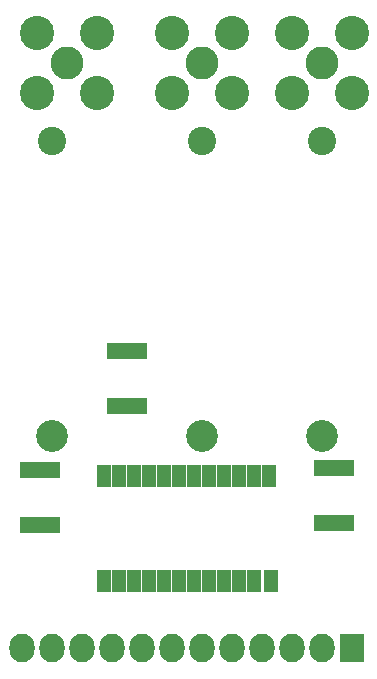
<source format=gbr>
G04 #@! TF.FileFunction,Soldermask,Top*
%FSLAX46Y46*%
G04 Gerber Fmt 4.6, Leading zero omitted, Abs format (unit mm)*
G04 Created by KiCad (PCBNEW 4.0.1-stable) date 2/4/2016 3:15:42 PM*
%MOMM*%
G01*
G04 APERTURE LIST*
%ADD10C,0.100000*%
%ADD11R,2.127200X2.432000*%
%ADD12O,2.127200X2.432000*%
%ADD13R,1.162000X1.924000*%
%ADD14C,2.800000*%
%ADD15C,2.900000*%
%ADD16R,3.400000X1.400000*%
%ADD17C,2.398980*%
%ADD18C,2.701240*%
G04 APERTURE END LIST*
D10*
D11*
X162560000Y-123190000D03*
D12*
X160020000Y-123190000D03*
X157480000Y-123190000D03*
X154940000Y-123190000D03*
X152400000Y-123190000D03*
X149860000Y-123190000D03*
X147320000Y-123190000D03*
X144780000Y-123190000D03*
X142240000Y-123190000D03*
X139700000Y-123190000D03*
X137160000Y-123190000D03*
X134620000Y-123190000D03*
D13*
X141605000Y-117480000D03*
X142875000Y-117480000D03*
X144145000Y-117480000D03*
X145415000Y-117480000D03*
X146685000Y-117480000D03*
X147955000Y-117480000D03*
X149225000Y-117480000D03*
X150495000Y-117480000D03*
X151765000Y-117480000D03*
X153035000Y-117480000D03*
X154305000Y-117480000D03*
X155702000Y-117480000D03*
X141605000Y-108580000D03*
X142875000Y-108580000D03*
X144145000Y-108580000D03*
X145415000Y-108580000D03*
X146685000Y-108580000D03*
X147955000Y-108580000D03*
X149225000Y-108580000D03*
X150495000Y-108580000D03*
X151765000Y-108580000D03*
X153035000Y-108580000D03*
X154305000Y-108580000D03*
X155575000Y-108580000D03*
D14*
X160020000Y-73660000D03*
D15*
X157480000Y-71120000D03*
X162560000Y-71120000D03*
X162560000Y-76200000D03*
X157480000Y-76200000D03*
D14*
X149860000Y-73660000D03*
D15*
X147320000Y-71120000D03*
X152400000Y-71120000D03*
X152400000Y-76200000D03*
X147320000Y-76200000D03*
D14*
X138430000Y-73660000D03*
D15*
X135890000Y-71120000D03*
X140970000Y-71120000D03*
X140970000Y-76200000D03*
X135890000Y-76200000D03*
D16*
X161036000Y-107936000D03*
X161036000Y-112536000D03*
X143510000Y-98030000D03*
X143510000Y-102630000D03*
X136144000Y-108116340D03*
X136144000Y-112716340D03*
D17*
X160020000Y-80210660D03*
D18*
X160020000Y-105209340D03*
D17*
X149860000Y-80210660D03*
D18*
X149860000Y-105209340D03*
D17*
X137160000Y-80210660D03*
D18*
X137160000Y-105209340D03*
M02*

</source>
